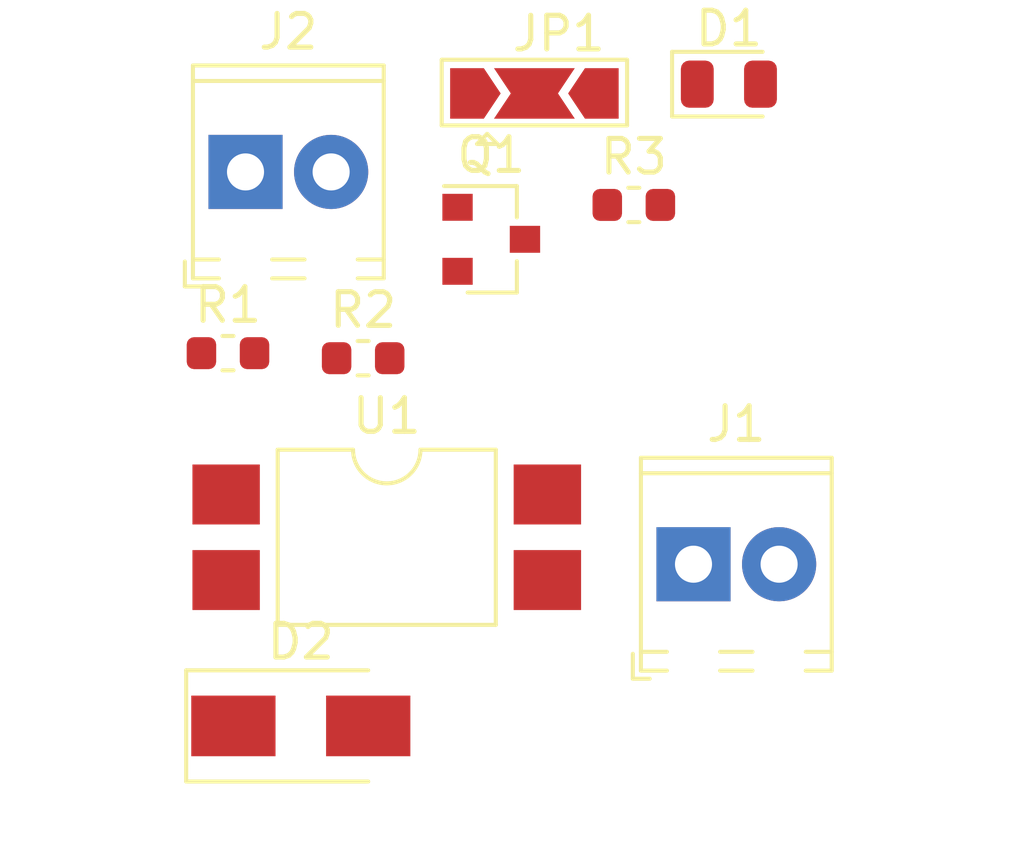
<source format=kicad_pcb>
(kicad_pcb (version 20171130) (host pcbnew "(5.1.4-0-10_14)")

  (general
    (thickness 1.6)
    (drawings 0)
    (tracks 0)
    (zones 0)
    (modules 10)
    (nets 11)
  )

  (page A4)
  (layers
    (0 F.Cu signal)
    (31 B.Cu signal)
    (32 B.Adhes user)
    (33 F.Adhes user)
    (34 B.Paste user)
    (35 F.Paste user)
    (36 B.SilkS user)
    (37 F.SilkS user)
    (38 B.Mask user)
    (39 F.Mask user)
    (40 Dwgs.User user)
    (41 Cmts.User user)
    (42 Eco1.User user)
    (43 Eco2.User user)
    (44 Edge.Cuts user)
    (45 Margin user)
    (46 B.CrtYd user)
    (47 F.CrtYd user)
    (48 B.Fab user)
    (49 F.Fab user)
  )

  (setup
    (last_trace_width 0.25)
    (trace_clearance 0.2)
    (zone_clearance 0.508)
    (zone_45_only no)
    (trace_min 0.2)
    (via_size 0.8)
    (via_drill 0.4)
    (via_min_size 0.4)
    (via_min_drill 0.3)
    (uvia_size 0.3)
    (uvia_drill 0.1)
    (uvias_allowed no)
    (uvia_min_size 0.2)
    (uvia_min_drill 0.1)
    (edge_width 0.05)
    (segment_width 0.2)
    (pcb_text_width 0.3)
    (pcb_text_size 1.5 1.5)
    (mod_edge_width 0.12)
    (mod_text_size 1 1)
    (mod_text_width 0.15)
    (pad_size 1.524 1.524)
    (pad_drill 0.762)
    (pad_to_mask_clearance 0.051)
    (solder_mask_min_width 0.25)
    (aux_axis_origin 0 0)
    (visible_elements FFFFFF7F)
    (pcbplotparams
      (layerselection 0x010fc_ffffffff)
      (usegerberextensions false)
      (usegerberattributes false)
      (usegerberadvancedattributes false)
      (creategerberjobfile false)
      (excludeedgelayer true)
      (linewidth 0.100000)
      (plotframeref false)
      (viasonmask false)
      (mode 1)
      (useauxorigin false)
      (hpglpennumber 1)
      (hpglpenspeed 20)
      (hpglpendiameter 15.000000)
      (psnegative false)
      (psa4output false)
      (plotreference true)
      (plotvalue true)
      (plotinvisibletext false)
      (padsonsilk false)
      (subtractmaskfromsilk false)
      (outputformat 1)
      (mirror false)
      (drillshape 1)
      (scaleselection 1)
      (outputdirectory ""))
  )

  (net 0 "")
  (net 1 "Net-(D2-Pad2)")
  (net 2 "Net-(D2-Pad1)")
  (net 3 GND)
  (net 4 "Net-(J1-Pad1)")
  (net 5 /CONT)
  (net 6 "Net-(R3-Pad1)")
  (net 7 +3V3)
  (net 8 "Net-(D1-Pad2)")
  (net 9 "Net-(D1-Pad1)")
  (net 10 /Fire)

  (net_class Default "This is the default net class."
    (clearance 0.2)
    (trace_width 0.25)
    (via_dia 0.8)
    (via_drill 0.4)
    (uvia_dia 0.3)
    (uvia_drill 0.1)
    (add_net +3V3)
    (add_net /CONT)
    (add_net /Fire)
    (add_net GND)
    (add_net "Net-(D1-Pad1)")
    (add_net "Net-(D1-Pad2)")
    (add_net "Net-(D2-Pad1)")
    (add_net "Net-(D2-Pad2)")
    (add_net "Net-(J1-Pad1)")
    (add_net "Net-(R3-Pad1)")
  )

  (module Resistor_SMD:R_0603_1608Metric (layer F.Cu) (tedit 5B301BBD) (tstamp 5DB4732E)
    (at 145.77 97.565)
    (descr "Resistor SMD 0603 (1608 Metric), square (rectangular) end terminal, IPC_7351 nominal, (Body size source: http://www.tortai-tech.com/upload/download/2011102023233369053.pdf), generated with kicad-footprint-generator")
    (tags resistor)
    (path /5DBE9B58)
    (attr smd)
    (fp_text reference R3 (at 0 -1.43) (layer F.SilkS)
      (effects (font (size 1 1) (thickness 0.15)))
    )
    (fp_text value 500 (at 0 1.43) (layer F.Fab)
      (effects (font (size 1 1) (thickness 0.15)))
    )
    (fp_text user %R (at 0 0) (layer F.Fab)
      (effects (font (size 0.4 0.4) (thickness 0.06)))
    )
    (fp_line (start 1.48 0.73) (end -1.48 0.73) (layer F.CrtYd) (width 0.05))
    (fp_line (start 1.48 -0.73) (end 1.48 0.73) (layer F.CrtYd) (width 0.05))
    (fp_line (start -1.48 -0.73) (end 1.48 -0.73) (layer F.CrtYd) (width 0.05))
    (fp_line (start -1.48 0.73) (end -1.48 -0.73) (layer F.CrtYd) (width 0.05))
    (fp_line (start -0.162779 0.51) (end 0.162779 0.51) (layer F.SilkS) (width 0.12))
    (fp_line (start -0.162779 -0.51) (end 0.162779 -0.51) (layer F.SilkS) (width 0.12))
    (fp_line (start 0.8 0.4) (end -0.8 0.4) (layer F.Fab) (width 0.1))
    (fp_line (start 0.8 -0.4) (end 0.8 0.4) (layer F.Fab) (width 0.1))
    (fp_line (start -0.8 -0.4) (end 0.8 -0.4) (layer F.Fab) (width 0.1))
    (fp_line (start -0.8 0.4) (end -0.8 -0.4) (layer F.Fab) (width 0.1))
    (pad 2 smd roundrect (at 0.7875 0) (size 0.875 0.95) (layers F.Cu F.Paste F.Mask) (roundrect_rratio 0.25)
      (net 3 GND))
    (pad 1 smd roundrect (at -0.7875 0) (size 0.875 0.95) (layers F.Cu F.Paste F.Mask) (roundrect_rratio 0.25)
      (net 6 "Net-(R3-Pad1)"))
    (model ${KISYS3DMOD}/Resistor_SMD.3dshapes/R_0603_1608Metric.wrl
      (at (xyz 0 0 0))
      (scale (xyz 1 1 1))
      (rotate (xyz 0 0 0))
    )
  )

  (module Resistor_SMD:R_0603_1608Metric (layer F.Cu) (tedit 5B301BBD) (tstamp 5DB4731D)
    (at 137.74 102.115)
    (descr "Resistor SMD 0603 (1608 Metric), square (rectangular) end terminal, IPC_7351 nominal, (Body size source: http://www.tortai-tech.com/upload/download/2011102023233369053.pdf), generated with kicad-footprint-generator")
    (tags resistor)
    (path /5DBEF42E)
    (attr smd)
    (fp_text reference R2 (at 0 -1.43) (layer F.SilkS)
      (effects (font (size 1 1) (thickness 0.15)))
    )
    (fp_text value 500 (at 0 1.43) (layer F.Fab)
      (effects (font (size 1 1) (thickness 0.15)))
    )
    (fp_text user %R (at 0 0) (layer F.Fab)
      (effects (font (size 0.4 0.4) (thickness 0.06)))
    )
    (fp_line (start 1.48 0.73) (end -1.48 0.73) (layer F.CrtYd) (width 0.05))
    (fp_line (start 1.48 -0.73) (end 1.48 0.73) (layer F.CrtYd) (width 0.05))
    (fp_line (start -1.48 -0.73) (end 1.48 -0.73) (layer F.CrtYd) (width 0.05))
    (fp_line (start -1.48 0.73) (end -1.48 -0.73) (layer F.CrtYd) (width 0.05))
    (fp_line (start -0.162779 0.51) (end 0.162779 0.51) (layer F.SilkS) (width 0.12))
    (fp_line (start -0.162779 -0.51) (end 0.162779 -0.51) (layer F.SilkS) (width 0.12))
    (fp_line (start 0.8 0.4) (end -0.8 0.4) (layer F.Fab) (width 0.1))
    (fp_line (start 0.8 -0.4) (end 0.8 0.4) (layer F.Fab) (width 0.1))
    (fp_line (start -0.8 -0.4) (end 0.8 -0.4) (layer F.Fab) (width 0.1))
    (fp_line (start -0.8 0.4) (end -0.8 -0.4) (layer F.Fab) (width 0.1))
    (pad 2 smd roundrect (at 0.7875 0) (size 0.875 0.95) (layers F.Cu F.Paste F.Mask) (roundrect_rratio 0.25)
      (net 3 GND))
    (pad 1 smd roundrect (at -0.7875 0) (size 0.875 0.95) (layers F.Cu F.Paste F.Mask) (roundrect_rratio 0.25)
      (net 5 /CONT))
    (model ${KISYS3DMOD}/Resistor_SMD.3dshapes/R_0603_1608Metric.wrl
      (at (xyz 0 0 0))
      (scale (xyz 1 1 1))
      (rotate (xyz 0 0 0))
    )
  )

  (module Resistor_SMD:R_0603_1608Metric (layer F.Cu) (tedit 5B301BBD) (tstamp 5DB4730C)
    (at 133.73 101.965)
    (descr "Resistor SMD 0603 (1608 Metric), square (rectangular) end terminal, IPC_7351 nominal, (Body size source: http://www.tortai-tech.com/upload/download/2011102023233369053.pdf), generated with kicad-footprint-generator")
    (tags resistor)
    (path /5DBD833E)
    (attr smd)
    (fp_text reference R1 (at 0 -1.43) (layer F.SilkS)
      (effects (font (size 1 1) (thickness 0.15)))
    )
    (fp_text value 1k (at 0 1.43) (layer F.Fab)
      (effects (font (size 1 1) (thickness 0.15)))
    )
    (fp_text user %R (at 0 0) (layer F.Fab)
      (effects (font (size 0.4 0.4) (thickness 0.06)))
    )
    (fp_line (start 1.48 0.73) (end -1.48 0.73) (layer F.CrtYd) (width 0.05))
    (fp_line (start 1.48 -0.73) (end 1.48 0.73) (layer F.CrtYd) (width 0.05))
    (fp_line (start -1.48 -0.73) (end 1.48 -0.73) (layer F.CrtYd) (width 0.05))
    (fp_line (start -1.48 0.73) (end -1.48 -0.73) (layer F.CrtYd) (width 0.05))
    (fp_line (start -0.162779 0.51) (end 0.162779 0.51) (layer F.SilkS) (width 0.12))
    (fp_line (start -0.162779 -0.51) (end 0.162779 -0.51) (layer F.SilkS) (width 0.12))
    (fp_line (start 0.8 0.4) (end -0.8 0.4) (layer F.Fab) (width 0.1))
    (fp_line (start 0.8 -0.4) (end 0.8 0.4) (layer F.Fab) (width 0.1))
    (fp_line (start -0.8 -0.4) (end 0.8 -0.4) (layer F.Fab) (width 0.1))
    (fp_line (start -0.8 0.4) (end -0.8 -0.4) (layer F.Fab) (width 0.1))
    (pad 2 smd roundrect (at 0.7875 0) (size 0.875 0.95) (layers F.Cu F.Paste F.Mask) (roundrect_rratio 0.25)
      (net 1 "Net-(D2-Pad2)"))
    (pad 1 smd roundrect (at -0.7875 0) (size 0.875 0.95) (layers F.Cu F.Paste F.Mask) (roundrect_rratio 0.25)
      (net 9 "Net-(D1-Pad1)"))
    (model ${KISYS3DMOD}/Resistor_SMD.3dshapes/R_0603_1608Metric.wrl
      (at (xyz 0 0 0))
      (scale (xyz 1 1 1))
      (rotate (xyz 0 0 0))
    )
  )

  (module Package_TO_SOT_SMD:SOT-23 (layer F.Cu) (tedit 5A02FF57) (tstamp 5DB472FB)
    (at 141.54 98.585)
    (descr "SOT-23, Standard")
    (tags SOT-23)
    (path /5DBE3E5B)
    (attr smd)
    (fp_text reference Q1 (at 0 -2.5) (layer F.SilkS)
      (effects (font (size 1 1) (thickness 0.15)))
    )
    (fp_text value DMN65D8L (at 0 2.5) (layer F.Fab)
      (effects (font (size 1 1) (thickness 0.15)))
    )
    (fp_line (start 0.76 1.58) (end -0.7 1.58) (layer F.SilkS) (width 0.12))
    (fp_line (start 0.76 -1.58) (end -1.4 -1.58) (layer F.SilkS) (width 0.12))
    (fp_line (start -1.7 1.75) (end -1.7 -1.75) (layer F.CrtYd) (width 0.05))
    (fp_line (start 1.7 1.75) (end -1.7 1.75) (layer F.CrtYd) (width 0.05))
    (fp_line (start 1.7 -1.75) (end 1.7 1.75) (layer F.CrtYd) (width 0.05))
    (fp_line (start -1.7 -1.75) (end 1.7 -1.75) (layer F.CrtYd) (width 0.05))
    (fp_line (start 0.76 -1.58) (end 0.76 -0.65) (layer F.SilkS) (width 0.12))
    (fp_line (start 0.76 1.58) (end 0.76 0.65) (layer F.SilkS) (width 0.12))
    (fp_line (start -0.7 1.52) (end 0.7 1.52) (layer F.Fab) (width 0.1))
    (fp_line (start 0.7 -1.52) (end 0.7 1.52) (layer F.Fab) (width 0.1))
    (fp_line (start -0.7 -0.95) (end -0.15 -1.52) (layer F.Fab) (width 0.1))
    (fp_line (start -0.15 -1.52) (end 0.7 -1.52) (layer F.Fab) (width 0.1))
    (fp_line (start -0.7 -0.95) (end -0.7 1.5) (layer F.Fab) (width 0.1))
    (fp_text user %R (at 0 0 90) (layer F.Fab)
      (effects (font (size 0.5 0.5) (thickness 0.075)))
    )
    (pad 3 smd rect (at 1 0) (size 0.9 0.8) (layers F.Cu F.Paste F.Mask)
      (net 3 GND))
    (pad 2 smd rect (at -1 0.95) (size 0.9 0.8) (layers F.Cu F.Paste F.Mask)
      (net 10 /Fire))
    (pad 1 smd rect (at -1 -0.95) (size 0.9 0.8) (layers F.Cu F.Paste F.Mask)
      (net 1 "Net-(D2-Pad2)"))
    (model ${KISYS3DMOD}/Package_TO_SOT_SMD.3dshapes/SOT-23.wrl
      (at (xyz 0 0 0))
      (scale (xyz 1 1 1))
      (rotate (xyz 0 0 0))
    )
  )

  (module Jumper:SolderJumper-3_P2.0mm_Open_TrianglePad1.0x1.5mm (layer F.Cu) (tedit 5A64803D) (tstamp 5DB472E6)
    (at 142.82 94.255)
    (descr "SMD Solder Jumper, 1x1.5mm Triangular Pads, 0.3mm gap, open")
    (tags "solder jumper open")
    (path /5DB4DA71)
    (attr virtual)
    (fp_text reference JP1 (at 0.725 -1.775) (layer F.SilkS)
      (effects (font (size 1 1) (thickness 0.15)))
    )
    (fp_text value SolderJumper_3_Open (at 0.725 1.925) (layer F.Fab)
      (effects (font (size 1 1) (thickness 0.15)))
    )
    (fp_line (start 3 1.25) (end -2.98 1.25) (layer F.CrtYd) (width 0.05))
    (fp_line (start 3 1.25) (end 3 -1.27) (layer F.CrtYd) (width 0.05))
    (fp_line (start -2.98 -1.27) (end -2.98 1.25) (layer F.CrtYd) (width 0.05))
    (fp_line (start -2.98 -1.27) (end 3 -1.27) (layer F.CrtYd) (width 0.05))
    (fp_line (start -2.75 -1) (end 2.75 -1) (layer F.SilkS) (width 0.12))
    (fp_line (start 2.75 -1) (end 2.75 0.95) (layer F.SilkS) (width 0.12))
    (fp_line (start 2.75 0.95) (end -2.75 0.95) (layer F.SilkS) (width 0.12))
    (fp_line (start -2.75 0.95) (end -2.75 -1) (layer F.SilkS) (width 0.12))
    (fp_line (start -1.4 1.2) (end -1.7 1.5) (layer F.SilkS) (width 0.12))
    (fp_line (start -1.7 1.5) (end -1.1 1.5) (layer F.SilkS) (width 0.12))
    (fp_line (start -1.1 1.5) (end -1.4 1.2) (layer F.SilkS) (width 0.12))
    (pad 3 smd custom (at 2 0 180) (size 0.3 0.3) (layers F.Cu F.Mask)
      (net 7 +3V3) (zone_connect 2)
      (options (clearance outline) (anchor rect))
      (primitives
        (gr_poly (pts
           (xy -0.5 -0.75) (xy 0.5 -0.75) (xy 1 0) (xy 0.5 0.75) (xy -0.5 0.75)
) (width 0))
      ))
    (pad 2 smd custom (at 0 0) (size 0.3 0.3) (layers F.Cu)
      (net 8 "Net-(D1-Pad2)") (zone_connect 2)
      (options (clearance outline) (anchor rect))
      (primitives
        (gr_poly (pts
           (xy -1.2 -0.75) (xy 1.2 -0.75) (xy 0.7 0) (xy 1.2 0.75) (xy -1.2 0.75)
           (xy -0.7 0)) (width 0))
      ))
    (pad 1 smd custom (at -2 0) (size 0.3 0.3) (layers F.Cu F.Mask)
      (net 4 "Net-(J1-Pad1)") (zone_connect 2)
      (options (clearance outline) (anchor rect))
      (primitives
        (gr_poly (pts
           (xy -0.5 -0.75) (xy 0.5 -0.75) (xy 1 0) (xy 0.5 0.75) (xy -0.5 0.75)
) (width 0))
      ))
    (pad "" smd rect (at -1.2 0) (size 1.5 1.5) (layers F.Mask))
    (pad "" smd rect (at 1.2 0) (size 1.5 1.5) (layers F.Mask))
  )

  (module TerminalBlock_Phoenix:TerminalBlock_Phoenix_MPT-0,5-2-2.54_1x02_P2.54mm_Horizontal (layer F.Cu) (tedit 5B294F98) (tstamp 5DB472D2)
    (at 134.25 96.585)
    (descr "Terminal Block Phoenix MPT-0,5-2-2.54, 2 pins, pitch 2.54mm, size 5.54x6.2mm^2, drill diamater 1.1mm, pad diameter 2.2mm, see http://www.mouser.com/ds/2/324/ItemDetail_1725656-920552.pdf, script-generated using https://github.com/pointhi/kicad-footprint-generator/scripts/TerminalBlock_Phoenix")
    (tags "THT Terminal Block Phoenix MPT-0,5-2-2.54 pitch 2.54mm size 5.54x6.2mm^2 drill 1.1mm pad 2.2mm")
    (path /5DBD6464)
    (fp_text reference J2 (at 1.27 -4.16) (layer F.SilkS)
      (effects (font (size 1 1) (thickness 0.15)))
    )
    (fp_text value Screw_Terminal_01x02 (at 1.27 4.16) (layer F.Fab)
      (effects (font (size 1 1) (thickness 0.15)))
    )
    (fp_text user %R (at 1.27 2) (layer F.Fab)
      (effects (font (size 1 1) (thickness 0.15)))
    )
    (fp_line (start 4.54 -3.6) (end -2 -3.6) (layer F.CrtYd) (width 0.05))
    (fp_line (start 4.54 3.6) (end 4.54 -3.6) (layer F.CrtYd) (width 0.05))
    (fp_line (start -2 3.6) (end 4.54 3.6) (layer F.CrtYd) (width 0.05))
    (fp_line (start -2 -3.6) (end -2 3.6) (layer F.CrtYd) (width 0.05))
    (fp_line (start -1.8 3.4) (end -1.3 3.4) (layer F.SilkS) (width 0.12))
    (fp_line (start -1.8 2.66) (end -1.8 3.4) (layer F.SilkS) (width 0.12))
    (fp_line (start 3.241 -0.835) (end 1.706 0.7) (layer F.Fab) (width 0.1))
    (fp_line (start 3.375 -0.7) (end 1.84 0.835) (layer F.Fab) (width 0.1))
    (fp_line (start 0.701 -0.835) (end -0.835 0.7) (layer F.Fab) (width 0.1))
    (fp_line (start 0.835 -0.7) (end -0.701 0.835) (layer F.Fab) (width 0.1))
    (fp_line (start 4.1 -3.16) (end 4.1 3.16) (layer F.SilkS) (width 0.12))
    (fp_line (start -1.56 -3.16) (end -1.56 3.16) (layer F.SilkS) (width 0.12))
    (fp_line (start 3.33 3.16) (end 4.1 3.16) (layer F.SilkS) (width 0.12))
    (fp_line (start 0.79 3.16) (end 1.75 3.16) (layer F.SilkS) (width 0.12))
    (fp_line (start -1.56 3.16) (end -0.79 3.16) (layer F.SilkS) (width 0.12))
    (fp_line (start -1.56 -3.16) (end 4.1 -3.16) (layer F.SilkS) (width 0.12))
    (fp_line (start -1.56 -2.7) (end 4.1 -2.7) (layer F.SilkS) (width 0.12))
    (fp_line (start -1.5 -2.7) (end 4.04 -2.7) (layer F.Fab) (width 0.1))
    (fp_line (start 3.33 2.6) (end 4.1 2.6) (layer F.SilkS) (width 0.12))
    (fp_line (start 0.79 2.6) (end 1.75 2.6) (layer F.SilkS) (width 0.12))
    (fp_line (start -1.56 2.6) (end -0.79 2.6) (layer F.SilkS) (width 0.12))
    (fp_line (start -1.5 2.6) (end 4.04 2.6) (layer F.Fab) (width 0.1))
    (fp_line (start -1.5 2.6) (end -1.5 -3.1) (layer F.Fab) (width 0.1))
    (fp_line (start -1 3.1) (end -1.5 2.6) (layer F.Fab) (width 0.1))
    (fp_line (start 4.04 3.1) (end -1 3.1) (layer F.Fab) (width 0.1))
    (fp_line (start 4.04 -3.1) (end 4.04 3.1) (layer F.Fab) (width 0.1))
    (fp_line (start -1.5 -3.1) (end 4.04 -3.1) (layer F.Fab) (width 0.1))
    (fp_circle (center 2.54 0) (end 3.64 0) (layer F.Fab) (width 0.1))
    (fp_circle (center 0 0) (end 1.1 0) (layer F.Fab) (width 0.1))
    (pad "" np_thru_hole circle (at 2.54 2.54) (size 1.1 1.1) (drill 1.1) (layers *.Cu *.Mask))
    (pad 2 thru_hole circle (at 2.54 0) (size 2.2 2.2) (drill 1.1) (layers *.Cu *.Mask)
      (net 2 "Net-(D2-Pad1)"))
    (pad "" np_thru_hole circle (at 0 2.54) (size 1.1 1.1) (drill 1.1) (layers *.Cu *.Mask))
    (pad 1 thru_hole rect (at 0 0) (size 2.2 2.2) (drill 1.1) (layers *.Cu *.Mask)
      (net 8 "Net-(D1-Pad2)"))
    (model ${KISYS3DMOD}/TerminalBlock_Phoenix.3dshapes/TerminalBlock_Phoenix_MPT-0,5-2-2.54_1x02_P2.54mm_Horizontal.wrl
      (at (xyz 0 0 0))
      (scale (xyz 1 1 1))
      (rotate (xyz 0 0 0))
    )
  )

  (module LED_SMD:LED_0805_2012Metric (layer F.Cu) (tedit 5B36C52C) (tstamp 5DB47234)
    (at 148.59 93.98)
    (descr "LED SMD 0805 (2012 Metric), square (rectangular) end terminal, IPC_7351 nominal, (Body size source: https://docs.google.com/spreadsheets/d/1BsfQQcO9C6DZCsRaXUlFlo91Tg2WpOkGARC1WS5S8t0/edit?usp=sharing), generated with kicad-footprint-generator")
    (tags diode)
    (path /5DBDDC78)
    (attr smd)
    (fp_text reference D1 (at 0 -1.65) (layer F.SilkS)
      (effects (font (size 1 1) (thickness 0.15)))
    )
    (fp_text value FIRING (at 0 1.65) (layer F.Fab)
      (effects (font (size 1 1) (thickness 0.15)))
    )
    (fp_text user %R (at 0 0) (layer F.Fab)
      (effects (font (size 0.5 0.5) (thickness 0.08)))
    )
    (fp_line (start 1.68 0.95) (end -1.68 0.95) (layer F.CrtYd) (width 0.05))
    (fp_line (start 1.68 -0.95) (end 1.68 0.95) (layer F.CrtYd) (width 0.05))
    (fp_line (start -1.68 -0.95) (end 1.68 -0.95) (layer F.CrtYd) (width 0.05))
    (fp_line (start -1.68 0.95) (end -1.68 -0.95) (layer F.CrtYd) (width 0.05))
    (fp_line (start -1.685 0.96) (end 1 0.96) (layer F.SilkS) (width 0.12))
    (fp_line (start -1.685 -0.96) (end -1.685 0.96) (layer F.SilkS) (width 0.12))
    (fp_line (start 1 -0.96) (end -1.685 -0.96) (layer F.SilkS) (width 0.12))
    (fp_line (start 1 0.6) (end 1 -0.6) (layer F.Fab) (width 0.1))
    (fp_line (start -1 0.6) (end 1 0.6) (layer F.Fab) (width 0.1))
    (fp_line (start -1 -0.3) (end -1 0.6) (layer F.Fab) (width 0.1))
    (fp_line (start -0.7 -0.6) (end -1 -0.3) (layer F.Fab) (width 0.1))
    (fp_line (start 1 -0.6) (end -0.7 -0.6) (layer F.Fab) (width 0.1))
    (pad 2 smd roundrect (at 0.9375 0) (size 0.975 1.4) (layers F.Cu F.Paste F.Mask) (roundrect_rratio 0.25)
      (net 8 "Net-(D1-Pad2)"))
    (pad 1 smd roundrect (at -0.9375 0) (size 0.975 1.4) (layers F.Cu F.Paste F.Mask) (roundrect_rratio 0.25)
      (net 9 "Net-(D1-Pad1)"))
    (model ${KISYS3DMOD}/LED_SMD.3dshapes/LED_0805_2012Metric.wrl
      (at (xyz 0 0 0))
      (scale (xyz 1 1 1))
      (rotate (xyz 0 0 0))
    )
  )

  (module Package_DIP:SMDIP-4_W9.53mm (layer F.Cu) (tedit 5A02E8C5) (tstamp 5DB46F8D)
    (at 138.44 107.43)
    (descr "4-lead surface-mounted (SMD) DIP package, row spacing 9.53 mm (375 mils)")
    (tags "SMD DIP DIL PDIP SMDIP 2.54mm 9.53mm 375mil")
    (path /5DBE64FC)
    (attr smd)
    (fp_text reference U1 (at 0 -3.6) (layer F.SilkS)
      (effects (font (size 1 1) (thickness 0.15)))
    )
    (fp_text value LTV-817S (at 0 3.6) (layer F.Fab)
      (effects (font (size 1 1) (thickness 0.15)))
    )
    (fp_text user %R (at 0 0) (layer F.Fab)
      (effects (font (size 1 1) (thickness 0.15)))
    )
    (fp_line (start 6.05 -2.8) (end -6.05 -2.8) (layer F.CrtYd) (width 0.05))
    (fp_line (start 6.05 2.8) (end 6.05 -2.8) (layer F.CrtYd) (width 0.05))
    (fp_line (start -6.05 2.8) (end 6.05 2.8) (layer F.CrtYd) (width 0.05))
    (fp_line (start -6.05 -2.8) (end -6.05 2.8) (layer F.CrtYd) (width 0.05))
    (fp_line (start 3.235 -2.6) (end 1 -2.6) (layer F.SilkS) (width 0.12))
    (fp_line (start 3.235 2.6) (end 3.235 -2.6) (layer F.SilkS) (width 0.12))
    (fp_line (start -3.235 2.6) (end 3.235 2.6) (layer F.SilkS) (width 0.12))
    (fp_line (start -3.235 -2.6) (end -3.235 2.6) (layer F.SilkS) (width 0.12))
    (fp_line (start -1 -2.6) (end -3.235 -2.6) (layer F.SilkS) (width 0.12))
    (fp_line (start -3.175 -1.54) (end -2.175 -2.54) (layer F.Fab) (width 0.1))
    (fp_line (start -3.175 2.54) (end -3.175 -1.54) (layer F.Fab) (width 0.1))
    (fp_line (start 3.175 2.54) (end -3.175 2.54) (layer F.Fab) (width 0.1))
    (fp_line (start 3.175 -2.54) (end 3.175 2.54) (layer F.Fab) (width 0.1))
    (fp_line (start -2.175 -2.54) (end 3.175 -2.54) (layer F.Fab) (width 0.1))
    (fp_arc (start 0 -2.6) (end -1 -2.6) (angle -180) (layer F.SilkS) (width 0.12))
    (pad 4 smd rect (at 4.765 -1.27) (size 2 1.78) (layers F.Cu F.Paste F.Mask)
      (net 2 "Net-(D2-Pad1)"))
    (pad 2 smd rect (at -4.765 1.27) (size 2 1.78) (layers F.Cu F.Paste F.Mask)
      (net 5 /CONT))
    (pad 3 smd rect (at 4.765 1.27) (size 2 1.78) (layers F.Cu F.Paste F.Mask)
      (net 6 "Net-(R3-Pad1)"))
    (pad 1 smd rect (at -4.765 -1.27) (size 2 1.78) (layers F.Cu F.Paste F.Mask)
      (net 7 +3V3))
    (model ${KISYS3DMOD}/Package_DIP.3dshapes/SMDIP-4_W9.53mm.wrl
      (at (xyz 0 0 0))
      (scale (xyz 1 1 1))
      (rotate (xyz 0 0 0))
    )
  )

  (module TerminalBlock_Phoenix:TerminalBlock_Phoenix_MPT-0,5-2-2.54_1x02_P2.54mm_Horizontal (layer F.Cu) (tedit 5B294F98) (tstamp 5DB46F75)
    (at 147.54 108.23)
    (descr "Terminal Block Phoenix MPT-0,5-2-2.54, 2 pins, pitch 2.54mm, size 5.54x6.2mm^2, drill diamater 1.1mm, pad diameter 2.2mm, see http://www.mouser.com/ds/2/324/ItemDetail_1725656-920552.pdf, script-generated using https://github.com/pointhi/kicad-footprint-generator/scripts/TerminalBlock_Phoenix")
    (tags "THT Terminal Block Phoenix MPT-0,5-2-2.54 pitch 2.54mm size 5.54x6.2mm^2 drill 1.1mm pad 2.2mm")
    (path /5DBD0F3F)
    (fp_text reference J1 (at 1.27 -4.16) (layer F.SilkS)
      (effects (font (size 1 1) (thickness 0.15)))
    )
    (fp_text value Screw_Terminal_01x02 (at 1.27 4.16) (layer F.Fab)
      (effects (font (size 1 1) (thickness 0.15)))
    )
    (fp_text user %R (at 1.27 2) (layer F.Fab)
      (effects (font (size 1 1) (thickness 0.15)))
    )
    (fp_line (start 4.54 -3.6) (end -2 -3.6) (layer F.CrtYd) (width 0.05))
    (fp_line (start 4.54 3.6) (end 4.54 -3.6) (layer F.CrtYd) (width 0.05))
    (fp_line (start -2 3.6) (end 4.54 3.6) (layer F.CrtYd) (width 0.05))
    (fp_line (start -2 -3.6) (end -2 3.6) (layer F.CrtYd) (width 0.05))
    (fp_line (start -1.8 3.4) (end -1.3 3.4) (layer F.SilkS) (width 0.12))
    (fp_line (start -1.8 2.66) (end -1.8 3.4) (layer F.SilkS) (width 0.12))
    (fp_line (start 3.241 -0.835) (end 1.706 0.7) (layer F.Fab) (width 0.1))
    (fp_line (start 3.375 -0.7) (end 1.84 0.835) (layer F.Fab) (width 0.1))
    (fp_line (start 0.701 -0.835) (end -0.835 0.7) (layer F.Fab) (width 0.1))
    (fp_line (start 0.835 -0.7) (end -0.701 0.835) (layer F.Fab) (width 0.1))
    (fp_line (start 4.1 -3.16) (end 4.1 3.16) (layer F.SilkS) (width 0.12))
    (fp_line (start -1.56 -3.16) (end -1.56 3.16) (layer F.SilkS) (width 0.12))
    (fp_line (start 3.33 3.16) (end 4.1 3.16) (layer F.SilkS) (width 0.12))
    (fp_line (start 0.79 3.16) (end 1.75 3.16) (layer F.SilkS) (width 0.12))
    (fp_line (start -1.56 3.16) (end -0.79 3.16) (layer F.SilkS) (width 0.12))
    (fp_line (start -1.56 -3.16) (end 4.1 -3.16) (layer F.SilkS) (width 0.12))
    (fp_line (start -1.56 -2.7) (end 4.1 -2.7) (layer F.SilkS) (width 0.12))
    (fp_line (start -1.5 -2.7) (end 4.04 -2.7) (layer F.Fab) (width 0.1))
    (fp_line (start 3.33 2.6) (end 4.1 2.6) (layer F.SilkS) (width 0.12))
    (fp_line (start 0.79 2.6) (end 1.75 2.6) (layer F.SilkS) (width 0.12))
    (fp_line (start -1.56 2.6) (end -0.79 2.6) (layer F.SilkS) (width 0.12))
    (fp_line (start -1.5 2.6) (end 4.04 2.6) (layer F.Fab) (width 0.1))
    (fp_line (start -1.5 2.6) (end -1.5 -3.1) (layer F.Fab) (width 0.1))
    (fp_line (start -1 3.1) (end -1.5 2.6) (layer F.Fab) (width 0.1))
    (fp_line (start 4.04 3.1) (end -1 3.1) (layer F.Fab) (width 0.1))
    (fp_line (start 4.04 -3.1) (end 4.04 3.1) (layer F.Fab) (width 0.1))
    (fp_line (start -1.5 -3.1) (end 4.04 -3.1) (layer F.Fab) (width 0.1))
    (fp_circle (center 2.54 0) (end 3.64 0) (layer F.Fab) (width 0.1))
    (fp_circle (center 0 0) (end 1.1 0) (layer F.Fab) (width 0.1))
    (pad "" np_thru_hole circle (at 2.54 2.54) (size 1.1 1.1) (drill 1.1) (layers *.Cu *.Mask))
    (pad 2 thru_hole circle (at 2.54 0) (size 2.2 2.2) (drill 1.1) (layers *.Cu *.Mask)
      (net 3 GND))
    (pad "" np_thru_hole circle (at 0 2.54) (size 1.1 1.1) (drill 1.1) (layers *.Cu *.Mask))
    (pad 1 thru_hole rect (at 0 0) (size 2.2 2.2) (drill 1.1) (layers *.Cu *.Mask)
      (net 4 "Net-(J1-Pad1)"))
    (model ${KISYS3DMOD}/TerminalBlock_Phoenix.3dshapes/TerminalBlock_Phoenix_MPT-0,5-2-2.54_1x02_P2.54mm_Horizontal.wrl
      (at (xyz 0 0 0))
      (scale (xyz 1 1 1))
      (rotate (xyz 0 0 0))
    )
  )

  (module Diode_SMD:D_SMA (layer F.Cu) (tedit 586432E5) (tstamp 5DB46F4F)
    (at 135.89 113.03)
    (descr "Diode SMA (DO-214AC)")
    (tags "Diode SMA (DO-214AC)")
    (path /5DBDF40B)
    (attr smd)
    (fp_text reference D2 (at 0 -2.5) (layer F.SilkS)
      (effects (font (size 1 1) (thickness 0.15)))
    )
    (fp_text value DIODE (at 0 2.6) (layer F.Fab)
      (effects (font (size 1 1) (thickness 0.15)))
    )
    (fp_line (start -3.4 -1.65) (end 2 -1.65) (layer F.SilkS) (width 0.12))
    (fp_line (start -3.4 1.65) (end 2 1.65) (layer F.SilkS) (width 0.12))
    (fp_line (start -0.64944 0.00102) (end 0.50118 -0.79908) (layer F.Fab) (width 0.1))
    (fp_line (start -0.64944 0.00102) (end 0.50118 0.75032) (layer F.Fab) (width 0.1))
    (fp_line (start 0.50118 0.75032) (end 0.50118 -0.79908) (layer F.Fab) (width 0.1))
    (fp_line (start -0.64944 -0.79908) (end -0.64944 0.80112) (layer F.Fab) (width 0.1))
    (fp_line (start 0.50118 0.00102) (end 1.4994 0.00102) (layer F.Fab) (width 0.1))
    (fp_line (start -0.64944 0.00102) (end -1.55114 0.00102) (layer F.Fab) (width 0.1))
    (fp_line (start -3.5 1.75) (end -3.5 -1.75) (layer F.CrtYd) (width 0.05))
    (fp_line (start 3.5 1.75) (end -3.5 1.75) (layer F.CrtYd) (width 0.05))
    (fp_line (start 3.5 -1.75) (end 3.5 1.75) (layer F.CrtYd) (width 0.05))
    (fp_line (start -3.5 -1.75) (end 3.5 -1.75) (layer F.CrtYd) (width 0.05))
    (fp_line (start 2.3 -1.5) (end -2.3 -1.5) (layer F.Fab) (width 0.1))
    (fp_line (start 2.3 -1.5) (end 2.3 1.5) (layer F.Fab) (width 0.1))
    (fp_line (start -2.3 1.5) (end -2.3 -1.5) (layer F.Fab) (width 0.1))
    (fp_line (start 2.3 1.5) (end -2.3 1.5) (layer F.Fab) (width 0.1))
    (fp_line (start -3.4 -1.65) (end -3.4 1.65) (layer F.SilkS) (width 0.12))
    (fp_text user %R (at 0 -2.5) (layer F.Fab)
      (effects (font (size 1 1) (thickness 0.15)))
    )
    (pad 2 smd rect (at 2 0) (size 2.5 1.8) (layers F.Cu F.Paste F.Mask)
      (net 1 "Net-(D2-Pad2)"))
    (pad 1 smd rect (at -2 0) (size 2.5 1.8) (layers F.Cu F.Paste F.Mask)
      (net 2 "Net-(D2-Pad1)"))
    (model ${KISYS3DMOD}/Diode_SMD.3dshapes/D_SMA.wrl
      (at (xyz 0 0 0))
      (scale (xyz 1 1 1))
      (rotate (xyz 0 0 0))
    )
  )

)

</source>
